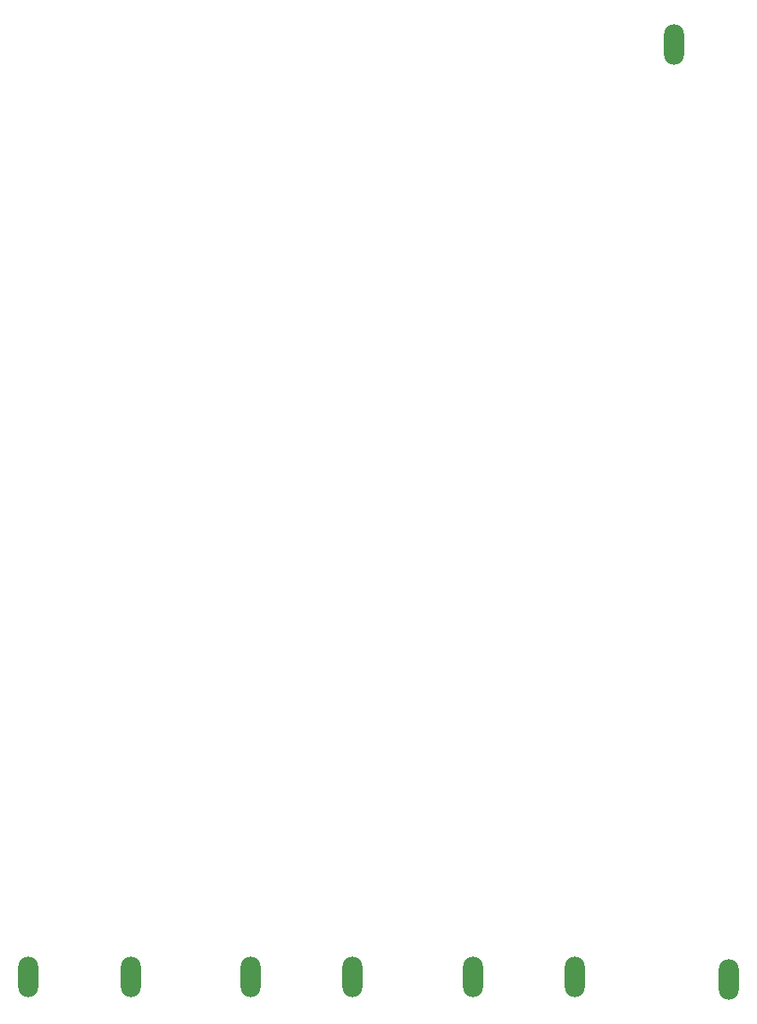
<source format=gbp>
G04 #@! TF.GenerationSoftware,KiCad,Pcbnew,7.0.10-7.0.10~ubuntu20.04.1*
G04 #@! TF.CreationDate,2024-02-22T17:13:58-03:00*
G04 #@! TF.ProjectId,FluOpti_V3.0,466c754f-7074-4695-9f56-332e302e6b69,rev?*
G04 #@! TF.SameCoordinates,Original*
G04 #@! TF.FileFunction,Paste,Bot*
G04 #@! TF.FilePolarity,Positive*
%FSLAX46Y46*%
G04 Gerber Fmt 4.6, Leading zero omitted, Abs format (unit mm)*
G04 Created by KiCad (PCBNEW 7.0.10-7.0.10~ubuntu20.04.1) date 2024-02-22 17:13:58*
%MOMM*%
%LPD*%
G01*
G04 APERTURE LIST*
%ADD10O,2.000000X4.000000*%
G04 APERTURE END LIST*
D10*
X95500000Y-146000000D03*
X159450000Y-53800000D03*
X139500000Y-146000000D03*
X164870000Y-146220000D03*
X127640000Y-145980000D03*
X105630000Y-145990000D03*
X117500000Y-146000000D03*
X149640000Y-145980000D03*
M02*

</source>
